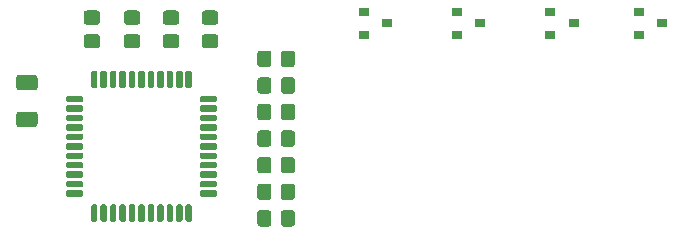
<source format=gbr>
%TF.GenerationSoftware,KiCad,Pcbnew,5.1.10-88a1d61d58~88~ubuntu20.04.1*%
%TF.CreationDate,2021-05-20T12:52:21-04:00*%
%TF.ProjectId,hexdisplay16,68657864-6973-4706-9c61-7931362e6b69,rev?*%
%TF.SameCoordinates,Original*%
%TF.FileFunction,Paste,Top*%
%TF.FilePolarity,Positive*%
%FSLAX46Y46*%
G04 Gerber Fmt 4.6, Leading zero omitted, Abs format (unit mm)*
G04 Created by KiCad (PCBNEW 5.1.10-88a1d61d58~88~ubuntu20.04.1) date 2021-05-20 12:52:21*
%MOMM*%
%LPD*%
G01*
G04 APERTURE LIST*
%ADD10R,0.900000X0.800000*%
G04 APERTURE END LIST*
%TO.C,C1*%
G36*
G01*
X82650002Y-127987500D02*
X81349998Y-127987500D01*
G75*
G02*
X81100000Y-127737502I0J249998D01*
G01*
X81100000Y-126912498D01*
G75*
G02*
X81349998Y-126662500I249998J0D01*
G01*
X82650002Y-126662500D01*
G75*
G02*
X82900000Y-126912498I0J-249998D01*
G01*
X82900000Y-127737502D01*
G75*
G02*
X82650002Y-127987500I-249998J0D01*
G01*
G37*
G36*
G01*
X82650002Y-124862500D02*
X81349998Y-124862500D01*
G75*
G02*
X81100000Y-124612502I0J249998D01*
G01*
X81100000Y-123787498D01*
G75*
G02*
X81349998Y-123537500I249998J0D01*
G01*
X82650002Y-123537500D01*
G75*
G02*
X82900000Y-123787498I0J-249998D01*
G01*
X82900000Y-124612502D01*
G75*
G02*
X82650002Y-124862500I-249998J0D01*
G01*
G37*
%TD*%
D10*
%TO.C,Q1*%
X112500000Y-119200000D03*
X110500000Y-120150000D03*
X110500000Y-118250000D03*
%TD*%
%TO.C,Q2*%
X118400000Y-118250000D03*
X118400000Y-120150000D03*
X120400000Y-119200000D03*
%TD*%
%TO.C,Q3*%
X126300000Y-118250000D03*
X126300000Y-120150000D03*
X128300000Y-119200000D03*
%TD*%
%TO.C,Q4*%
X135800000Y-119200000D03*
X133800000Y-120150000D03*
X133800000Y-118250000D03*
%TD*%
%TO.C,R1*%
G36*
G01*
X101500000Y-122650001D02*
X101500000Y-121749999D01*
G75*
G02*
X101749999Y-121500000I249999J0D01*
G01*
X102450001Y-121500000D01*
G75*
G02*
X102700000Y-121749999I0J-249999D01*
G01*
X102700000Y-122650001D01*
G75*
G02*
X102450001Y-122900000I-249999J0D01*
G01*
X101749999Y-122900000D01*
G75*
G02*
X101500000Y-122650001I0J249999D01*
G01*
G37*
G36*
G01*
X103500000Y-122650001D02*
X103500000Y-121749999D01*
G75*
G02*
X103749999Y-121500000I249999J0D01*
G01*
X104450001Y-121500000D01*
G75*
G02*
X104700000Y-121749999I0J-249999D01*
G01*
X104700000Y-122650001D01*
G75*
G02*
X104450001Y-122900000I-249999J0D01*
G01*
X103749999Y-122900000D01*
G75*
G02*
X103500000Y-122650001I0J249999D01*
G01*
G37*
%TD*%
%TO.C,R2*%
G36*
G01*
X103500000Y-124900001D02*
X103500000Y-123999999D01*
G75*
G02*
X103749999Y-123750000I249999J0D01*
G01*
X104450001Y-123750000D01*
G75*
G02*
X104700000Y-123999999I0J-249999D01*
G01*
X104700000Y-124900001D01*
G75*
G02*
X104450001Y-125150000I-249999J0D01*
G01*
X103749999Y-125150000D01*
G75*
G02*
X103500000Y-124900001I0J249999D01*
G01*
G37*
G36*
G01*
X101500000Y-124900001D02*
X101500000Y-123999999D01*
G75*
G02*
X101749999Y-123750000I249999J0D01*
G01*
X102450001Y-123750000D01*
G75*
G02*
X102700000Y-123999999I0J-249999D01*
G01*
X102700000Y-124900001D01*
G75*
G02*
X102450001Y-125150000I-249999J0D01*
G01*
X101749999Y-125150000D01*
G75*
G02*
X101500000Y-124900001I0J249999D01*
G01*
G37*
%TD*%
%TO.C,R3*%
G36*
G01*
X101500000Y-127150001D02*
X101500000Y-126249999D01*
G75*
G02*
X101749999Y-126000000I249999J0D01*
G01*
X102450001Y-126000000D01*
G75*
G02*
X102700000Y-126249999I0J-249999D01*
G01*
X102700000Y-127150001D01*
G75*
G02*
X102450001Y-127400000I-249999J0D01*
G01*
X101749999Y-127400000D01*
G75*
G02*
X101500000Y-127150001I0J249999D01*
G01*
G37*
G36*
G01*
X103500000Y-127150001D02*
X103500000Y-126249999D01*
G75*
G02*
X103749999Y-126000000I249999J0D01*
G01*
X104450001Y-126000000D01*
G75*
G02*
X104700000Y-126249999I0J-249999D01*
G01*
X104700000Y-127150001D01*
G75*
G02*
X104450001Y-127400000I-249999J0D01*
G01*
X103749999Y-127400000D01*
G75*
G02*
X103500000Y-127150001I0J249999D01*
G01*
G37*
%TD*%
%TO.C,R4*%
G36*
G01*
X103500000Y-129400001D02*
X103500000Y-128499999D01*
G75*
G02*
X103749999Y-128250000I249999J0D01*
G01*
X104450001Y-128250000D01*
G75*
G02*
X104700000Y-128499999I0J-249999D01*
G01*
X104700000Y-129400001D01*
G75*
G02*
X104450001Y-129650000I-249999J0D01*
G01*
X103749999Y-129650000D01*
G75*
G02*
X103500000Y-129400001I0J249999D01*
G01*
G37*
G36*
G01*
X101500000Y-129400001D02*
X101500000Y-128499999D01*
G75*
G02*
X101749999Y-128250000I249999J0D01*
G01*
X102450001Y-128250000D01*
G75*
G02*
X102700000Y-128499999I0J-249999D01*
G01*
X102700000Y-129400001D01*
G75*
G02*
X102450001Y-129650000I-249999J0D01*
G01*
X101749999Y-129650000D01*
G75*
G02*
X101500000Y-129400001I0J249999D01*
G01*
G37*
%TD*%
%TO.C,R5*%
G36*
G01*
X101500000Y-131650001D02*
X101500000Y-130749999D01*
G75*
G02*
X101749999Y-130500000I249999J0D01*
G01*
X102450001Y-130500000D01*
G75*
G02*
X102700000Y-130749999I0J-249999D01*
G01*
X102700000Y-131650001D01*
G75*
G02*
X102450001Y-131900000I-249999J0D01*
G01*
X101749999Y-131900000D01*
G75*
G02*
X101500000Y-131650001I0J249999D01*
G01*
G37*
G36*
G01*
X103500000Y-131650001D02*
X103500000Y-130749999D01*
G75*
G02*
X103749999Y-130500000I249999J0D01*
G01*
X104450001Y-130500000D01*
G75*
G02*
X104700000Y-130749999I0J-249999D01*
G01*
X104700000Y-131650001D01*
G75*
G02*
X104450001Y-131900000I-249999J0D01*
G01*
X103749999Y-131900000D01*
G75*
G02*
X103500000Y-131650001I0J249999D01*
G01*
G37*
%TD*%
%TO.C,R6*%
G36*
G01*
X103500000Y-133900001D02*
X103500000Y-132999999D01*
G75*
G02*
X103749999Y-132750000I249999J0D01*
G01*
X104450001Y-132750000D01*
G75*
G02*
X104700000Y-132999999I0J-249999D01*
G01*
X104700000Y-133900001D01*
G75*
G02*
X104450001Y-134150000I-249999J0D01*
G01*
X103749999Y-134150000D01*
G75*
G02*
X103500000Y-133900001I0J249999D01*
G01*
G37*
G36*
G01*
X101500000Y-133900001D02*
X101500000Y-132999999D01*
G75*
G02*
X101749999Y-132750000I249999J0D01*
G01*
X102450001Y-132750000D01*
G75*
G02*
X102700000Y-132999999I0J-249999D01*
G01*
X102700000Y-133900001D01*
G75*
G02*
X102450001Y-134150000I-249999J0D01*
G01*
X101749999Y-134150000D01*
G75*
G02*
X101500000Y-133900001I0J249999D01*
G01*
G37*
%TD*%
%TO.C,R7*%
G36*
G01*
X101500000Y-136150001D02*
X101500000Y-135249999D01*
G75*
G02*
X101749999Y-135000000I249999J0D01*
G01*
X102450001Y-135000000D01*
G75*
G02*
X102700000Y-135249999I0J-249999D01*
G01*
X102700000Y-136150001D01*
G75*
G02*
X102450001Y-136400000I-249999J0D01*
G01*
X101749999Y-136400000D01*
G75*
G02*
X101500000Y-136150001I0J249999D01*
G01*
G37*
G36*
G01*
X103500000Y-136150001D02*
X103500000Y-135249999D01*
G75*
G02*
X103749999Y-135000000I249999J0D01*
G01*
X104450001Y-135000000D01*
G75*
G02*
X104700000Y-135249999I0J-249999D01*
G01*
X104700000Y-136150001D01*
G75*
G02*
X104450001Y-136400000I-249999J0D01*
G01*
X103749999Y-136400000D01*
G75*
G02*
X103500000Y-136150001I0J249999D01*
G01*
G37*
%TD*%
%TO.C,R8*%
G36*
G01*
X97049999Y-118100000D02*
X97950001Y-118100000D01*
G75*
G02*
X98200000Y-118349999I0J-249999D01*
G01*
X98200000Y-119050001D01*
G75*
G02*
X97950001Y-119300000I-249999J0D01*
G01*
X97049999Y-119300000D01*
G75*
G02*
X96800000Y-119050001I0J249999D01*
G01*
X96800000Y-118349999D01*
G75*
G02*
X97049999Y-118100000I249999J0D01*
G01*
G37*
G36*
G01*
X97049999Y-120100000D02*
X97950001Y-120100000D01*
G75*
G02*
X98200000Y-120349999I0J-249999D01*
G01*
X98200000Y-121050001D01*
G75*
G02*
X97950001Y-121300000I-249999J0D01*
G01*
X97049999Y-121300000D01*
G75*
G02*
X96800000Y-121050001I0J249999D01*
G01*
X96800000Y-120349999D01*
G75*
G02*
X97049999Y-120100000I249999J0D01*
G01*
G37*
%TD*%
%TO.C,R9*%
G36*
G01*
X93749999Y-120100000D02*
X94650001Y-120100000D01*
G75*
G02*
X94900000Y-120349999I0J-249999D01*
G01*
X94900000Y-121050001D01*
G75*
G02*
X94650001Y-121300000I-249999J0D01*
G01*
X93749999Y-121300000D01*
G75*
G02*
X93500000Y-121050001I0J249999D01*
G01*
X93500000Y-120349999D01*
G75*
G02*
X93749999Y-120100000I249999J0D01*
G01*
G37*
G36*
G01*
X93749999Y-118100000D02*
X94650001Y-118100000D01*
G75*
G02*
X94900000Y-118349999I0J-249999D01*
G01*
X94900000Y-119050001D01*
G75*
G02*
X94650001Y-119300000I-249999J0D01*
G01*
X93749999Y-119300000D01*
G75*
G02*
X93500000Y-119050001I0J249999D01*
G01*
X93500000Y-118349999D01*
G75*
G02*
X93749999Y-118100000I249999J0D01*
G01*
G37*
%TD*%
%TO.C,R10*%
G36*
G01*
X90449999Y-118100000D02*
X91350001Y-118100000D01*
G75*
G02*
X91600000Y-118349999I0J-249999D01*
G01*
X91600000Y-119050001D01*
G75*
G02*
X91350001Y-119300000I-249999J0D01*
G01*
X90449999Y-119300000D01*
G75*
G02*
X90200000Y-119050001I0J249999D01*
G01*
X90200000Y-118349999D01*
G75*
G02*
X90449999Y-118100000I249999J0D01*
G01*
G37*
G36*
G01*
X90449999Y-120100000D02*
X91350001Y-120100000D01*
G75*
G02*
X91600000Y-120349999I0J-249999D01*
G01*
X91600000Y-121050001D01*
G75*
G02*
X91350001Y-121300000I-249999J0D01*
G01*
X90449999Y-121300000D01*
G75*
G02*
X90200000Y-121050001I0J249999D01*
G01*
X90200000Y-120349999D01*
G75*
G02*
X90449999Y-120100000I249999J0D01*
G01*
G37*
%TD*%
%TO.C,R11*%
G36*
G01*
X87049999Y-120100000D02*
X87950001Y-120100000D01*
G75*
G02*
X88200000Y-120349999I0J-249999D01*
G01*
X88200000Y-121050001D01*
G75*
G02*
X87950001Y-121300000I-249999J0D01*
G01*
X87049999Y-121300000D01*
G75*
G02*
X86800000Y-121050001I0J249999D01*
G01*
X86800000Y-120349999D01*
G75*
G02*
X87049999Y-120100000I249999J0D01*
G01*
G37*
G36*
G01*
X87049999Y-118100000D02*
X87950001Y-118100000D01*
G75*
G02*
X88200000Y-118349999I0J-249999D01*
G01*
X88200000Y-119050001D01*
G75*
G02*
X87950001Y-119300000I-249999J0D01*
G01*
X87049999Y-119300000D01*
G75*
G02*
X86800000Y-119050001I0J249999D01*
G01*
X86800000Y-118349999D01*
G75*
G02*
X87049999Y-118100000I249999J0D01*
G01*
G37*
%TD*%
%TO.C,U1*%
G36*
G01*
X85300000Y-125737500D02*
X85300000Y-125462500D01*
G75*
G02*
X85437500Y-125325000I137500J0D01*
G01*
X86637500Y-125325000D01*
G75*
G02*
X86775000Y-125462500I0J-137500D01*
G01*
X86775000Y-125737500D01*
G75*
G02*
X86637500Y-125875000I-137500J0D01*
G01*
X85437500Y-125875000D01*
G75*
G02*
X85300000Y-125737500I0J137500D01*
G01*
G37*
G36*
G01*
X85300000Y-126537500D02*
X85300000Y-126262500D01*
G75*
G02*
X85437500Y-126125000I137500J0D01*
G01*
X86637500Y-126125000D01*
G75*
G02*
X86775000Y-126262500I0J-137500D01*
G01*
X86775000Y-126537500D01*
G75*
G02*
X86637500Y-126675000I-137500J0D01*
G01*
X85437500Y-126675000D01*
G75*
G02*
X85300000Y-126537500I0J137500D01*
G01*
G37*
G36*
G01*
X85300000Y-127337500D02*
X85300000Y-127062500D01*
G75*
G02*
X85437500Y-126925000I137500J0D01*
G01*
X86637500Y-126925000D01*
G75*
G02*
X86775000Y-127062500I0J-137500D01*
G01*
X86775000Y-127337500D01*
G75*
G02*
X86637500Y-127475000I-137500J0D01*
G01*
X85437500Y-127475000D01*
G75*
G02*
X85300000Y-127337500I0J137500D01*
G01*
G37*
G36*
G01*
X85300000Y-128137500D02*
X85300000Y-127862500D01*
G75*
G02*
X85437500Y-127725000I137500J0D01*
G01*
X86637500Y-127725000D01*
G75*
G02*
X86775000Y-127862500I0J-137500D01*
G01*
X86775000Y-128137500D01*
G75*
G02*
X86637500Y-128275000I-137500J0D01*
G01*
X85437500Y-128275000D01*
G75*
G02*
X85300000Y-128137500I0J137500D01*
G01*
G37*
G36*
G01*
X85300000Y-128937500D02*
X85300000Y-128662500D01*
G75*
G02*
X85437500Y-128525000I137500J0D01*
G01*
X86637500Y-128525000D01*
G75*
G02*
X86775000Y-128662500I0J-137500D01*
G01*
X86775000Y-128937500D01*
G75*
G02*
X86637500Y-129075000I-137500J0D01*
G01*
X85437500Y-129075000D01*
G75*
G02*
X85300000Y-128937500I0J137500D01*
G01*
G37*
G36*
G01*
X85300000Y-129737500D02*
X85300000Y-129462500D01*
G75*
G02*
X85437500Y-129325000I137500J0D01*
G01*
X86637500Y-129325000D01*
G75*
G02*
X86775000Y-129462500I0J-137500D01*
G01*
X86775000Y-129737500D01*
G75*
G02*
X86637500Y-129875000I-137500J0D01*
G01*
X85437500Y-129875000D01*
G75*
G02*
X85300000Y-129737500I0J137500D01*
G01*
G37*
G36*
G01*
X85300000Y-130537500D02*
X85300000Y-130262500D01*
G75*
G02*
X85437500Y-130125000I137500J0D01*
G01*
X86637500Y-130125000D01*
G75*
G02*
X86775000Y-130262500I0J-137500D01*
G01*
X86775000Y-130537500D01*
G75*
G02*
X86637500Y-130675000I-137500J0D01*
G01*
X85437500Y-130675000D01*
G75*
G02*
X85300000Y-130537500I0J137500D01*
G01*
G37*
G36*
G01*
X85300000Y-131337500D02*
X85300000Y-131062500D01*
G75*
G02*
X85437500Y-130925000I137500J0D01*
G01*
X86637500Y-130925000D01*
G75*
G02*
X86775000Y-131062500I0J-137500D01*
G01*
X86775000Y-131337500D01*
G75*
G02*
X86637500Y-131475000I-137500J0D01*
G01*
X85437500Y-131475000D01*
G75*
G02*
X85300000Y-131337500I0J137500D01*
G01*
G37*
G36*
G01*
X85300000Y-132137500D02*
X85300000Y-131862500D01*
G75*
G02*
X85437500Y-131725000I137500J0D01*
G01*
X86637500Y-131725000D01*
G75*
G02*
X86775000Y-131862500I0J-137500D01*
G01*
X86775000Y-132137500D01*
G75*
G02*
X86637500Y-132275000I-137500J0D01*
G01*
X85437500Y-132275000D01*
G75*
G02*
X85300000Y-132137500I0J137500D01*
G01*
G37*
G36*
G01*
X85300000Y-132937500D02*
X85300000Y-132662500D01*
G75*
G02*
X85437500Y-132525000I137500J0D01*
G01*
X86637500Y-132525000D01*
G75*
G02*
X86775000Y-132662500I0J-137500D01*
G01*
X86775000Y-132937500D01*
G75*
G02*
X86637500Y-133075000I-137500J0D01*
G01*
X85437500Y-133075000D01*
G75*
G02*
X85300000Y-132937500I0J137500D01*
G01*
G37*
G36*
G01*
X85300000Y-133737500D02*
X85300000Y-133462500D01*
G75*
G02*
X85437500Y-133325000I137500J0D01*
G01*
X86637500Y-133325000D01*
G75*
G02*
X86775000Y-133462500I0J-137500D01*
G01*
X86775000Y-133737500D01*
G75*
G02*
X86637500Y-133875000I-137500J0D01*
G01*
X85437500Y-133875000D01*
G75*
G02*
X85300000Y-133737500I0J137500D01*
G01*
G37*
G36*
G01*
X87425000Y-135862500D02*
X87425000Y-134662500D01*
G75*
G02*
X87562500Y-134525000I137500J0D01*
G01*
X87837500Y-134525000D01*
G75*
G02*
X87975000Y-134662500I0J-137500D01*
G01*
X87975000Y-135862500D01*
G75*
G02*
X87837500Y-136000000I-137500J0D01*
G01*
X87562500Y-136000000D01*
G75*
G02*
X87425000Y-135862500I0J137500D01*
G01*
G37*
G36*
G01*
X88225000Y-135862500D02*
X88225000Y-134662500D01*
G75*
G02*
X88362500Y-134525000I137500J0D01*
G01*
X88637500Y-134525000D01*
G75*
G02*
X88775000Y-134662500I0J-137500D01*
G01*
X88775000Y-135862500D01*
G75*
G02*
X88637500Y-136000000I-137500J0D01*
G01*
X88362500Y-136000000D01*
G75*
G02*
X88225000Y-135862500I0J137500D01*
G01*
G37*
G36*
G01*
X89025000Y-135862500D02*
X89025000Y-134662500D01*
G75*
G02*
X89162500Y-134525000I137500J0D01*
G01*
X89437500Y-134525000D01*
G75*
G02*
X89575000Y-134662500I0J-137500D01*
G01*
X89575000Y-135862500D01*
G75*
G02*
X89437500Y-136000000I-137500J0D01*
G01*
X89162500Y-136000000D01*
G75*
G02*
X89025000Y-135862500I0J137500D01*
G01*
G37*
G36*
G01*
X89825000Y-135862500D02*
X89825000Y-134662500D01*
G75*
G02*
X89962500Y-134525000I137500J0D01*
G01*
X90237500Y-134525000D01*
G75*
G02*
X90375000Y-134662500I0J-137500D01*
G01*
X90375000Y-135862500D01*
G75*
G02*
X90237500Y-136000000I-137500J0D01*
G01*
X89962500Y-136000000D01*
G75*
G02*
X89825000Y-135862500I0J137500D01*
G01*
G37*
G36*
G01*
X90625000Y-135862500D02*
X90625000Y-134662500D01*
G75*
G02*
X90762500Y-134525000I137500J0D01*
G01*
X91037500Y-134525000D01*
G75*
G02*
X91175000Y-134662500I0J-137500D01*
G01*
X91175000Y-135862500D01*
G75*
G02*
X91037500Y-136000000I-137500J0D01*
G01*
X90762500Y-136000000D01*
G75*
G02*
X90625000Y-135862500I0J137500D01*
G01*
G37*
G36*
G01*
X91425000Y-135862500D02*
X91425000Y-134662500D01*
G75*
G02*
X91562500Y-134525000I137500J0D01*
G01*
X91837500Y-134525000D01*
G75*
G02*
X91975000Y-134662500I0J-137500D01*
G01*
X91975000Y-135862500D01*
G75*
G02*
X91837500Y-136000000I-137500J0D01*
G01*
X91562500Y-136000000D01*
G75*
G02*
X91425000Y-135862500I0J137500D01*
G01*
G37*
G36*
G01*
X92225000Y-135862500D02*
X92225000Y-134662500D01*
G75*
G02*
X92362500Y-134525000I137500J0D01*
G01*
X92637500Y-134525000D01*
G75*
G02*
X92775000Y-134662500I0J-137500D01*
G01*
X92775000Y-135862500D01*
G75*
G02*
X92637500Y-136000000I-137500J0D01*
G01*
X92362500Y-136000000D01*
G75*
G02*
X92225000Y-135862500I0J137500D01*
G01*
G37*
G36*
G01*
X93025000Y-135862500D02*
X93025000Y-134662500D01*
G75*
G02*
X93162500Y-134525000I137500J0D01*
G01*
X93437500Y-134525000D01*
G75*
G02*
X93575000Y-134662500I0J-137500D01*
G01*
X93575000Y-135862500D01*
G75*
G02*
X93437500Y-136000000I-137500J0D01*
G01*
X93162500Y-136000000D01*
G75*
G02*
X93025000Y-135862500I0J137500D01*
G01*
G37*
G36*
G01*
X93825000Y-135862500D02*
X93825000Y-134662500D01*
G75*
G02*
X93962500Y-134525000I137500J0D01*
G01*
X94237500Y-134525000D01*
G75*
G02*
X94375000Y-134662500I0J-137500D01*
G01*
X94375000Y-135862500D01*
G75*
G02*
X94237500Y-136000000I-137500J0D01*
G01*
X93962500Y-136000000D01*
G75*
G02*
X93825000Y-135862500I0J137500D01*
G01*
G37*
G36*
G01*
X94625000Y-135862500D02*
X94625000Y-134662500D01*
G75*
G02*
X94762500Y-134525000I137500J0D01*
G01*
X95037500Y-134525000D01*
G75*
G02*
X95175000Y-134662500I0J-137500D01*
G01*
X95175000Y-135862500D01*
G75*
G02*
X95037500Y-136000000I-137500J0D01*
G01*
X94762500Y-136000000D01*
G75*
G02*
X94625000Y-135862500I0J137500D01*
G01*
G37*
G36*
G01*
X95425000Y-135862500D02*
X95425000Y-134662500D01*
G75*
G02*
X95562500Y-134525000I137500J0D01*
G01*
X95837500Y-134525000D01*
G75*
G02*
X95975000Y-134662500I0J-137500D01*
G01*
X95975000Y-135862500D01*
G75*
G02*
X95837500Y-136000000I-137500J0D01*
G01*
X95562500Y-136000000D01*
G75*
G02*
X95425000Y-135862500I0J137500D01*
G01*
G37*
G36*
G01*
X96625000Y-133737500D02*
X96625000Y-133462500D01*
G75*
G02*
X96762500Y-133325000I137500J0D01*
G01*
X97962500Y-133325000D01*
G75*
G02*
X98100000Y-133462500I0J-137500D01*
G01*
X98100000Y-133737500D01*
G75*
G02*
X97962500Y-133875000I-137500J0D01*
G01*
X96762500Y-133875000D01*
G75*
G02*
X96625000Y-133737500I0J137500D01*
G01*
G37*
G36*
G01*
X96625000Y-132937500D02*
X96625000Y-132662500D01*
G75*
G02*
X96762500Y-132525000I137500J0D01*
G01*
X97962500Y-132525000D01*
G75*
G02*
X98100000Y-132662500I0J-137500D01*
G01*
X98100000Y-132937500D01*
G75*
G02*
X97962500Y-133075000I-137500J0D01*
G01*
X96762500Y-133075000D01*
G75*
G02*
X96625000Y-132937500I0J137500D01*
G01*
G37*
G36*
G01*
X96625000Y-132137500D02*
X96625000Y-131862500D01*
G75*
G02*
X96762500Y-131725000I137500J0D01*
G01*
X97962500Y-131725000D01*
G75*
G02*
X98100000Y-131862500I0J-137500D01*
G01*
X98100000Y-132137500D01*
G75*
G02*
X97962500Y-132275000I-137500J0D01*
G01*
X96762500Y-132275000D01*
G75*
G02*
X96625000Y-132137500I0J137500D01*
G01*
G37*
G36*
G01*
X96625000Y-131337500D02*
X96625000Y-131062500D01*
G75*
G02*
X96762500Y-130925000I137500J0D01*
G01*
X97962500Y-130925000D01*
G75*
G02*
X98100000Y-131062500I0J-137500D01*
G01*
X98100000Y-131337500D01*
G75*
G02*
X97962500Y-131475000I-137500J0D01*
G01*
X96762500Y-131475000D01*
G75*
G02*
X96625000Y-131337500I0J137500D01*
G01*
G37*
G36*
G01*
X96625000Y-130537500D02*
X96625000Y-130262500D01*
G75*
G02*
X96762500Y-130125000I137500J0D01*
G01*
X97962500Y-130125000D01*
G75*
G02*
X98100000Y-130262500I0J-137500D01*
G01*
X98100000Y-130537500D01*
G75*
G02*
X97962500Y-130675000I-137500J0D01*
G01*
X96762500Y-130675000D01*
G75*
G02*
X96625000Y-130537500I0J137500D01*
G01*
G37*
G36*
G01*
X96625000Y-129737500D02*
X96625000Y-129462500D01*
G75*
G02*
X96762500Y-129325000I137500J0D01*
G01*
X97962500Y-129325000D01*
G75*
G02*
X98100000Y-129462500I0J-137500D01*
G01*
X98100000Y-129737500D01*
G75*
G02*
X97962500Y-129875000I-137500J0D01*
G01*
X96762500Y-129875000D01*
G75*
G02*
X96625000Y-129737500I0J137500D01*
G01*
G37*
G36*
G01*
X96625000Y-128937500D02*
X96625000Y-128662500D01*
G75*
G02*
X96762500Y-128525000I137500J0D01*
G01*
X97962500Y-128525000D01*
G75*
G02*
X98100000Y-128662500I0J-137500D01*
G01*
X98100000Y-128937500D01*
G75*
G02*
X97962500Y-129075000I-137500J0D01*
G01*
X96762500Y-129075000D01*
G75*
G02*
X96625000Y-128937500I0J137500D01*
G01*
G37*
G36*
G01*
X96625000Y-128137500D02*
X96625000Y-127862500D01*
G75*
G02*
X96762500Y-127725000I137500J0D01*
G01*
X97962500Y-127725000D01*
G75*
G02*
X98100000Y-127862500I0J-137500D01*
G01*
X98100000Y-128137500D01*
G75*
G02*
X97962500Y-128275000I-137500J0D01*
G01*
X96762500Y-128275000D01*
G75*
G02*
X96625000Y-128137500I0J137500D01*
G01*
G37*
G36*
G01*
X96625000Y-127337500D02*
X96625000Y-127062500D01*
G75*
G02*
X96762500Y-126925000I137500J0D01*
G01*
X97962500Y-126925000D01*
G75*
G02*
X98100000Y-127062500I0J-137500D01*
G01*
X98100000Y-127337500D01*
G75*
G02*
X97962500Y-127475000I-137500J0D01*
G01*
X96762500Y-127475000D01*
G75*
G02*
X96625000Y-127337500I0J137500D01*
G01*
G37*
G36*
G01*
X96625000Y-126537500D02*
X96625000Y-126262500D01*
G75*
G02*
X96762500Y-126125000I137500J0D01*
G01*
X97962500Y-126125000D01*
G75*
G02*
X98100000Y-126262500I0J-137500D01*
G01*
X98100000Y-126537500D01*
G75*
G02*
X97962500Y-126675000I-137500J0D01*
G01*
X96762500Y-126675000D01*
G75*
G02*
X96625000Y-126537500I0J137500D01*
G01*
G37*
G36*
G01*
X96625000Y-125737500D02*
X96625000Y-125462500D01*
G75*
G02*
X96762500Y-125325000I137500J0D01*
G01*
X97962500Y-125325000D01*
G75*
G02*
X98100000Y-125462500I0J-137500D01*
G01*
X98100000Y-125737500D01*
G75*
G02*
X97962500Y-125875000I-137500J0D01*
G01*
X96762500Y-125875000D01*
G75*
G02*
X96625000Y-125737500I0J137500D01*
G01*
G37*
G36*
G01*
X95425000Y-124537500D02*
X95425000Y-123337500D01*
G75*
G02*
X95562500Y-123200000I137500J0D01*
G01*
X95837500Y-123200000D01*
G75*
G02*
X95975000Y-123337500I0J-137500D01*
G01*
X95975000Y-124537500D01*
G75*
G02*
X95837500Y-124675000I-137500J0D01*
G01*
X95562500Y-124675000D01*
G75*
G02*
X95425000Y-124537500I0J137500D01*
G01*
G37*
G36*
G01*
X94625000Y-124537500D02*
X94625000Y-123337500D01*
G75*
G02*
X94762500Y-123200000I137500J0D01*
G01*
X95037500Y-123200000D01*
G75*
G02*
X95175000Y-123337500I0J-137500D01*
G01*
X95175000Y-124537500D01*
G75*
G02*
X95037500Y-124675000I-137500J0D01*
G01*
X94762500Y-124675000D01*
G75*
G02*
X94625000Y-124537500I0J137500D01*
G01*
G37*
G36*
G01*
X93825000Y-124537500D02*
X93825000Y-123337500D01*
G75*
G02*
X93962500Y-123200000I137500J0D01*
G01*
X94237500Y-123200000D01*
G75*
G02*
X94375000Y-123337500I0J-137500D01*
G01*
X94375000Y-124537500D01*
G75*
G02*
X94237500Y-124675000I-137500J0D01*
G01*
X93962500Y-124675000D01*
G75*
G02*
X93825000Y-124537500I0J137500D01*
G01*
G37*
G36*
G01*
X93025000Y-124537500D02*
X93025000Y-123337500D01*
G75*
G02*
X93162500Y-123200000I137500J0D01*
G01*
X93437500Y-123200000D01*
G75*
G02*
X93575000Y-123337500I0J-137500D01*
G01*
X93575000Y-124537500D01*
G75*
G02*
X93437500Y-124675000I-137500J0D01*
G01*
X93162500Y-124675000D01*
G75*
G02*
X93025000Y-124537500I0J137500D01*
G01*
G37*
G36*
G01*
X92225000Y-124537500D02*
X92225000Y-123337500D01*
G75*
G02*
X92362500Y-123200000I137500J0D01*
G01*
X92637500Y-123200000D01*
G75*
G02*
X92775000Y-123337500I0J-137500D01*
G01*
X92775000Y-124537500D01*
G75*
G02*
X92637500Y-124675000I-137500J0D01*
G01*
X92362500Y-124675000D01*
G75*
G02*
X92225000Y-124537500I0J137500D01*
G01*
G37*
G36*
G01*
X91425000Y-124537500D02*
X91425000Y-123337500D01*
G75*
G02*
X91562500Y-123200000I137500J0D01*
G01*
X91837500Y-123200000D01*
G75*
G02*
X91975000Y-123337500I0J-137500D01*
G01*
X91975000Y-124537500D01*
G75*
G02*
X91837500Y-124675000I-137500J0D01*
G01*
X91562500Y-124675000D01*
G75*
G02*
X91425000Y-124537500I0J137500D01*
G01*
G37*
G36*
G01*
X90625000Y-124537500D02*
X90625000Y-123337500D01*
G75*
G02*
X90762500Y-123200000I137500J0D01*
G01*
X91037500Y-123200000D01*
G75*
G02*
X91175000Y-123337500I0J-137500D01*
G01*
X91175000Y-124537500D01*
G75*
G02*
X91037500Y-124675000I-137500J0D01*
G01*
X90762500Y-124675000D01*
G75*
G02*
X90625000Y-124537500I0J137500D01*
G01*
G37*
G36*
G01*
X89825000Y-124537500D02*
X89825000Y-123337500D01*
G75*
G02*
X89962500Y-123200000I137500J0D01*
G01*
X90237500Y-123200000D01*
G75*
G02*
X90375000Y-123337500I0J-137500D01*
G01*
X90375000Y-124537500D01*
G75*
G02*
X90237500Y-124675000I-137500J0D01*
G01*
X89962500Y-124675000D01*
G75*
G02*
X89825000Y-124537500I0J137500D01*
G01*
G37*
G36*
G01*
X89025000Y-124537500D02*
X89025000Y-123337500D01*
G75*
G02*
X89162500Y-123200000I137500J0D01*
G01*
X89437500Y-123200000D01*
G75*
G02*
X89575000Y-123337500I0J-137500D01*
G01*
X89575000Y-124537500D01*
G75*
G02*
X89437500Y-124675000I-137500J0D01*
G01*
X89162500Y-124675000D01*
G75*
G02*
X89025000Y-124537500I0J137500D01*
G01*
G37*
G36*
G01*
X88225000Y-124537500D02*
X88225000Y-123337500D01*
G75*
G02*
X88362500Y-123200000I137500J0D01*
G01*
X88637500Y-123200000D01*
G75*
G02*
X88775000Y-123337500I0J-137500D01*
G01*
X88775000Y-124537500D01*
G75*
G02*
X88637500Y-124675000I-137500J0D01*
G01*
X88362500Y-124675000D01*
G75*
G02*
X88225000Y-124537500I0J137500D01*
G01*
G37*
G36*
G01*
X87425000Y-124537500D02*
X87425000Y-123337500D01*
G75*
G02*
X87562500Y-123200000I137500J0D01*
G01*
X87837500Y-123200000D01*
G75*
G02*
X87975000Y-123337500I0J-137500D01*
G01*
X87975000Y-124537500D01*
G75*
G02*
X87837500Y-124675000I-137500J0D01*
G01*
X87562500Y-124675000D01*
G75*
G02*
X87425000Y-124537500I0J137500D01*
G01*
G37*
%TD*%
M02*

</source>
